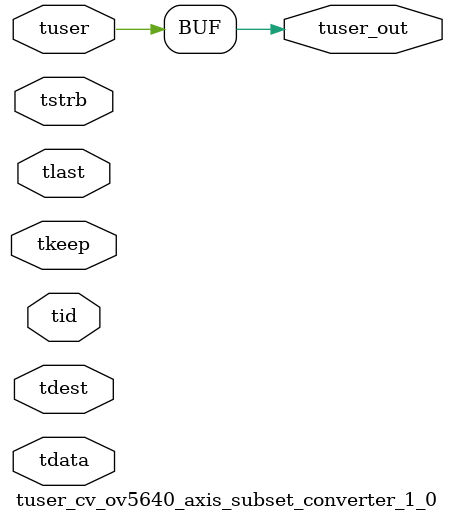
<source format=v>


`timescale 1ps/1ps

module tuser_cv_ov5640_axis_subset_converter_1_0 #
(
parameter C_S_AXIS_TUSER_WIDTH = 1,
parameter C_S_AXIS_TDATA_WIDTH = 32,
parameter C_S_AXIS_TID_WIDTH   = 0,
parameter C_S_AXIS_TDEST_WIDTH = 0,
parameter C_M_AXIS_TUSER_WIDTH = 1
)
(
input  [(C_S_AXIS_TUSER_WIDTH == 0 ? 1 : C_S_AXIS_TUSER_WIDTH)-1:0     ] tuser,
input  [(C_S_AXIS_TDATA_WIDTH == 0 ? 1 : C_S_AXIS_TDATA_WIDTH)-1:0     ] tdata,
input  [(C_S_AXIS_TID_WIDTH   == 0 ? 1 : C_S_AXIS_TID_WIDTH)-1:0       ] tid,
input  [(C_S_AXIS_TDEST_WIDTH == 0 ? 1 : C_S_AXIS_TDEST_WIDTH)-1:0     ] tdest,
input  [(C_S_AXIS_TDATA_WIDTH/8)-1:0 ] tkeep,
input  [(C_S_AXIS_TDATA_WIDTH/8)-1:0 ] tstrb,
input                                                                    tlast,
output [C_M_AXIS_TUSER_WIDTH-1:0] tuser_out
);

assign tuser_out = {tuser[0:0]};

endmodule


</source>
